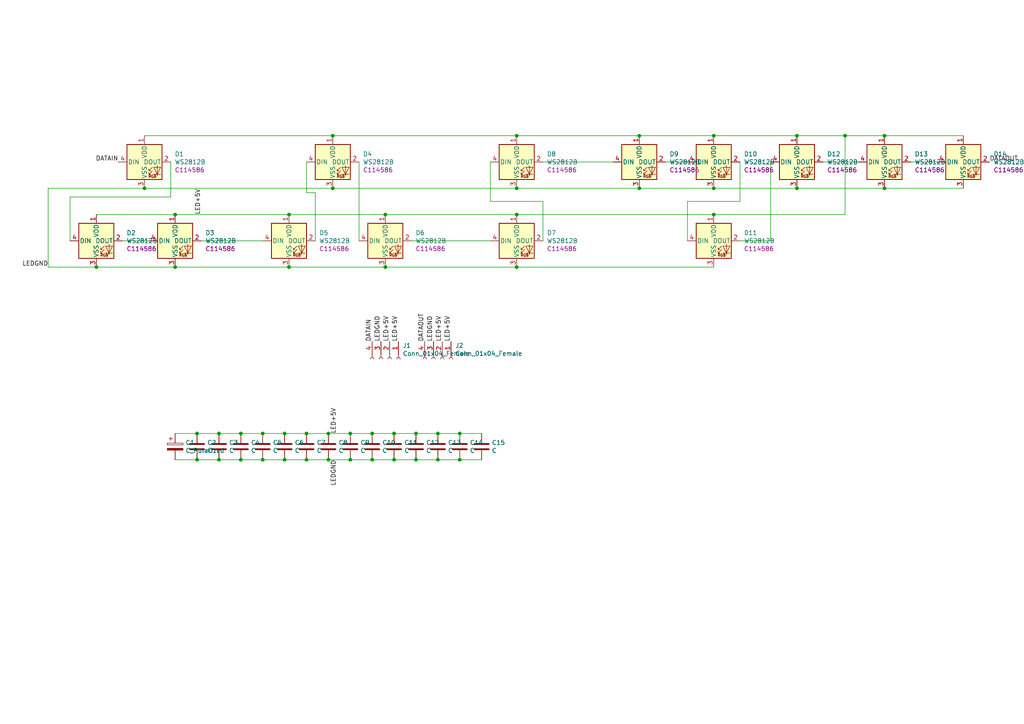
<source format=kicad_sch>
(kicad_sch (version 20211123) (generator eeschema)
  (paper "A4")
  (lib_symbols
    (symbol "Connector:Conn_01x04_Female" (pin_names (offset 1.016) hide)
      (property "Reference" "J" (at 0 5.08 0))
      (property "Value" "Conn_01x04_Female" (at 0 -7.62 0))
      (symbol "Conn_01x04_Female_1_1"
        (arc (start 0 -4.572) (mid -0.508 -5.08) (end 0 -5.588) (stroke (width 0.1524)))
        (arc (start 0 -2.032) (mid -0.508 -2.54) (end 0 -3.048) (stroke (width 0.1524)))
        (polyline (pts (xy -1.27 -5.08) (xy -0.508 -5.08)) (stroke (width 0.1524)))
        (polyline (pts (xy -1.27 -2.54) (xy -0.508 -2.54)) (stroke (width 0.1524)))
        (polyline (pts (xy -1.27 0) (xy -0.508 0)) (stroke (width 0.1524)))
        (polyline (pts (xy -1.27 2.54) (xy -0.508 2.54)) (stroke (width 0.1524)))
        (arc (start 0 0.508) (mid -0.508 0) (end 0 -0.508) (stroke (width 0.1524)))
        (arc (start 0 3.048) (mid -0.508 2.54) (end 0 2.032) (stroke (width 0.1524)))
        (pin passive line (at -5.08 2.54 0) (length 3.81) (name "Pin_1") (number "1"))
        (pin passive line (at -5.08 0 0) (length 3.81) (name "Pin_2") (number "2"))
        (pin passive line (at -5.08 -2.54 0) (length 3.81) (name "Pin_3") (number "3"))
        (pin passive line (at -5.08 -5.08 0) (length 3.81) (name "Pin_4") (number "4"))
      )
    )
    (symbol "Device:C" (pin_numbers hide) (pin_names (offset 0.254))
      (property "Reference" "C" (at 0.635 2.54 0))
      (property "Value" "C" (at 0.635 -2.54 0))
      (symbol "C_0_1"
        (polyline (pts (xy -2.032 -0.762) (xy 2.032 -0.762)) (stroke (width 0.508)))
        (polyline (pts (xy -2.032 0.762) (xy 2.032 0.762)) (stroke (width 0.508)))
      )
      (symbol "C_1_1"
        (pin passive line (at 0 3.81 270) (length 2.794) (name "~") (number "1"))
        (pin passive line (at 0 -3.81 90) (length 2.794) (name "~") (number "2"))
      )
    )
    (symbol "Device:C_Polarized" (pin_numbers hide) (pin_names (offset 0.254))
      (property "Reference" "C" (at 0.635 2.54 0))
      (property "Value" "C_Polarized" (at 0.635 -2.54 0))
      (symbol "C_Polarized_0_1"
        (rectangle (start -2.286 0.508) (end 2.286 1.016))
        (polyline (pts (xy -1.778 2.286) (xy -0.762 2.286)))
        (polyline (pts (xy -1.27 2.794) (xy -1.27 1.778)))
        (rectangle (start 2.286 -0.508) (end -2.286 -1.016) (fill (type outline)))
      )
      (symbol "C_Polarized_1_1"
        (pin passive line (at 0 3.81 270) (length 2.794) (name "~") (number "1"))
        (pin passive line (at 0 -3.81 90) (length 2.794) (name "~") (number "2"))
      )
    )
    (symbol "LED:WS2812B" (pin_names (offset 0.254))
      (property "Reference" "D" (at 5.08 5.715 0))
      (property "Value" "WS2812B" (at 1.27 -5.715 0))
      (symbol "WS2812B_0_0"
        (text "RGB" (at 2.286 -4.191 0) (effects (font (size 0.762 0.762))))
      )
      (symbol "WS2812B_0_1"
        (polyline (pts (xy 1.27 -3.556) (xy 1.778 -3.556)))
        (polyline (pts (xy 1.27 -2.54) (xy 1.778 -2.54)))
        (polyline (pts (xy 4.699 -3.556) (xy 2.667 -3.556)))
        (polyline (pts (xy 2.286 -2.54) (xy 1.27 -3.556) (xy 1.27 -3.048)))
        (polyline (pts (xy 2.286 -1.524) (xy 1.27 -2.54) (xy 1.27 -2.032)))
        (polyline (pts (xy 3.683 -1.016) (xy 3.683 -3.556) (xy 3.683 -4.064)))
        (polyline (pts (xy 4.699 -1.524) (xy 2.667 -1.524) (xy 3.683 -3.556) (xy 4.699 -1.524)))
        (rectangle (start 5.08 5.08) (end -5.08 -5.08) (stroke (width 0.254)) (fill (type background)))
      )
      (symbol "WS2812B_1_1"
        (pin power_in line (at 0 7.62 270) (length 2.54) (name "VDD") (number "1"))
        (pin output line (at 7.62 0 180) (length 2.54) (name "DOUT") (number "2"))
        (pin power_in line (at 0 -7.62 90) (length 2.54) (name "VSS") (number "3"))
        (pin input line (at -7.62 0 0) (length 2.54) (name "DIN") (number "4"))
      )
    )
  )
  (junction (at 107.95 125.73))
  (junction (at 76.2 125.73))
  (junction (at 88.9 125.73))
  (junction (at 111.76 62.23))
  (junction (at 207.01 62.23))
  (junction (at 120.65 125.73))
  (junction (at 185.42 54.61))
  (junction (at 57.15 125.73))
  (junction (at 120.65 133.35))
  (junction (at 63.5 125.73))
  (junction (at 111.76 77.47))
  (junction (at 114.3 125.73))
  (junction (at 50.8 77.47))
  (junction (at 185.42 39.37))
  (junction (at 95.25 125.73))
  (junction (at 133.35 125.73))
  (junction (at 69.85 125.73))
  (junction (at 96.52 54.61))
  (junction (at 256.54 54.61))
  (junction (at 207.01 54.61))
  (junction (at 95.25 133.35))
  (junction (at 27.94 77.47))
  (junction (at 256.54 39.37))
  (junction (at 88.9 133.35))
  (junction (at 207.01 39.37))
  (junction (at 96.52 39.37))
  (junction (at 57.15 133.35))
  (junction (at 231.14 54.61))
  (junction (at 133.35 133.35))
  (junction (at 127 133.35))
  (junction (at 149.86 54.61))
  (junction (at 82.55 133.35))
  (junction (at 149.86 62.23))
  (junction (at 83.82 62.23))
  (junction (at 245.11 39.37))
  (junction (at 114.3 133.35))
  (junction (at 76.2 133.35))
  (junction (at 69.85 133.35))
  (junction (at 83.82 77.47))
  (junction (at 82.55 125.73))
  (junction (at 101.6 125.73))
  (junction (at 149.86 39.37))
  (junction (at 50.8 62.23))
  (junction (at 127 125.73))
  (junction (at 101.6 133.35))
  (junction (at 63.5 133.35))
  (junction (at 41.91 54.61))
  (junction (at 149.86 77.47))
  (junction (at 107.95 133.35))
  (junction (at 231.14 39.37))
  (wire (pts (xy 82.55 125.73) (xy 76.2 125.73)))
  (wire (pts (xy 271.78 46.99) (xy 264.16 46.99)))
  (wire (pts (xy 58.42 69.85) (xy 76.2 69.85)))
  (wire (pts (xy 142.24 58.42) (xy 142.24 46.99)))
  (wire (pts (xy 35.56 69.85) (xy 43.18 69.85)))
  (wire (pts (xy 49.53 46.99) (xy 49.53 57.15)))
  (wire (pts (xy 185.42 54.61) (xy 207.01 54.61)))
  (wire (pts (xy 41.91 54.61) (xy 96.52 54.61)))
  (wire (pts (xy 149.86 54.61) (xy 185.42 54.61)))
  (wire (pts (xy 114.3 125.73) (xy 107.95 125.73)))
  (wire (pts (xy 88.9 125.73) (xy 82.55 125.73)))
  (wire (pts (xy 157.48 58.42) (xy 142.24 58.42)))
  (wire (pts (xy 256.54 54.61) (xy 231.14 54.61)))
  (wire (pts (xy 69.85 125.73) (xy 63.5 125.73)))
  (wire (pts (xy 95.25 133.35) (xy 88.9 133.35)))
  (wire (pts (xy 149.86 39.37) (xy 185.42 39.37)))
  (wire (pts (xy 231.14 39.37) (xy 245.11 39.37)))
  (wire (pts (xy 199.39 58.42) (xy 199.39 69.85)))
  (wire (pts (xy 185.42 39.37) (xy 207.01 39.37)))
  (wire (pts (xy 193.04 46.99) (xy 199.39 46.99)))
  (wire (pts (xy 256.54 39.37) (xy 245.11 39.37)))
  (wire (pts (xy 120.65 133.35) (xy 114.3 133.35)))
  (wire (pts (xy 107.95 125.73) (xy 101.6 125.73)))
  (wire (pts (xy 279.4 39.37) (xy 256.54 39.37)))
  (wire (pts (xy 139.7 125.73) (xy 133.35 125.73)))
  (wire (pts (xy 96.52 39.37) (xy 149.86 39.37)))
  (wire (pts (xy 76.2 125.73) (xy 69.85 125.73)))
  (wire (pts (xy 127 125.73) (xy 120.65 125.73)))
  (wire (pts (xy 76.2 133.35) (xy 69.85 133.35)))
  (wire (pts (xy 96.52 54.61) (xy 149.86 54.61)))
  (wire (pts (xy 104.14 46.99) (xy 104.14 69.85)))
  (wire (pts (xy 27.94 62.23) (xy 50.8 62.23)))
  (wire (pts (xy 214.63 46.99) (xy 214.63 58.42)))
  (wire (pts (xy 91.44 55.88) (xy 88.9 55.88)))
  (wire (pts (xy 157.48 46.99) (xy 177.8 46.99)))
  (wire (pts (xy 207.01 54.61) (xy 231.14 54.61)))
  (wire (pts (xy 248.92 46.99) (xy 238.76 46.99)))
  (wire (pts (xy 214.63 58.42) (xy 199.39 58.42)))
  (wire (pts (xy 245.11 39.37) (xy 245.11 62.23)))
  (wire (pts (xy 50.8 77.47) (xy 27.94 77.47)))
  (wire (pts (xy 20.32 57.15) (xy 49.53 57.15)))
  (wire (pts (xy 83.82 62.23) (xy 111.76 62.23)))
  (wire (pts (xy 82.55 133.35) (xy 76.2 133.35)))
  (wire (pts (xy 223.52 69.85) (xy 223.52 46.99)))
  (wire (pts (xy 41.91 39.37) (xy 96.52 39.37)))
  (wire (pts (xy 279.4 54.61) (xy 256.54 54.61)))
  (wire (pts (xy 133.35 125.73) (xy 127 125.73)))
  (wire (pts (xy 50.8 133.35) (xy 57.15 133.35)))
  (wire (pts (xy 157.48 69.85) (xy 157.48 58.42)))
  (wire (pts (xy 88.9 133.35) (xy 82.55 133.35)))
  (wire (pts (xy 13.97 77.47) (xy 13.97 54.61)))
  (wire (pts (xy 139.7 133.35) (xy 133.35 133.35)))
  (wire (pts (xy 101.6 133.35) (xy 95.25 133.35)))
  (wire (pts (xy 50.8 62.23) (xy 83.82 62.23)))
  (wire (pts (xy 13.97 54.61) (xy 41.91 54.61)))
  (wire (pts (xy 120.65 125.73) (xy 114.3 125.73)))
  (wire (pts (xy 114.3 133.35) (xy 107.95 133.35)))
  (wire (pts (xy 119.38 69.85) (xy 142.24 69.85)))
  (wire (pts (xy 133.35 133.35) (xy 127 133.35)))
  (wire (pts (xy 207.01 62.23) (xy 245.11 62.23)))
  (wire (pts (xy 95.25 125.73) (xy 88.9 125.73)))
  (wire (pts (xy 88.9 55.88) (xy 88.9 46.99)))
  (wire (pts (xy 127 133.35) (xy 120.65 133.35)))
  (wire (pts (xy 111.76 77.47) (xy 83.82 77.47)))
  (wire (pts (xy 20.32 57.15) (xy 20.32 69.85)))
  (wire (pts (xy 63.5 133.35) (xy 57.15 133.35)))
  (wire (pts (xy 101.6 125.73) (xy 95.25 125.73)))
  (wire (pts (xy 149.86 62.23) (xy 207.01 62.23)))
  (wire (pts (xy 207.01 39.37) (xy 231.14 39.37)))
  (wire (pts (xy 63.5 125.73) (xy 57.15 125.73)))
  (wire (pts (xy 91.44 69.85) (xy 91.44 55.88)))
  (wire (pts (xy 107.95 133.35) (xy 101.6 133.35)))
  (wire (pts (xy 207.01 77.47) (xy 149.86 77.47)))
  (wire (pts (xy 83.82 77.47) (xy 50.8 77.47)))
  (wire (pts (xy 27.94 77.47) (xy 13.97 77.47)))
  (wire (pts (xy 214.63 69.85) (xy 223.52 69.85)))
  (wire (pts (xy 111.76 77.47) (xy 149.86 77.47)))
  (wire (pts (xy 50.8 125.73) (xy 57.15 125.73)))
  (wire (pts (xy 111.76 62.23) (xy 149.86 62.23)))
  (wire (pts (xy 69.85 133.35) (xy 63.5 133.35)))
  (label "LEDGND" (at 13.97 77.47 180))
  (label "LED+5V" (at 113.03 99.06 90))
  (label "DATAIN" (at 107.95 99.06 90))
  (label "DATAIN" (at 34.29 46.99 180))
  (label "LED+5V" (at 128.27 99.06 90))
  (label "DATAOUT" (at 123.19 99.06 90))
  (label "LEDGND" (at 97.79 133.35 270))
  (label "LEDGND" (at 125.73 99.06 90))
  (label "LED+5V" (at 115.57 99.06 90))
  (label "LED+5V" (at 97.79 125.73 90))
  (label "LEDGND" (at 110.49 99.06 90))
  (label "LED+5V" (at 130.81 99.06 90))
  (label "DATAOUT" (at 287.02 46.99 0))
  (label "LED+5V" (at 58.42 62.23 90))
  (symbol (lib_id "LED:WS2812B") (at 41.91 46.99 0) (unit 1)
    (property "Reference" "D1" (at 50.6476 44.6786 0) (effects (justify left)))
    (property "Value" "WS2812B" (at 50.6476 46.99 0) (effects (justify left)))
    (property "Footprint" "LED_SMD:LED_WS2812B_PLCC4_5.0x5.0mm_P3.2mm" (effects hide))
    (property "Datasheet" "https://cdn-shop.adafruit.com/datasheets/WS2812B.pdf" (effects hide))
    (property "LCSC Part Number" "C114586" (at 50.6476 49.3014 0) (effects (justify left)))
  )
  (symbol (lib_id "LED:WS2812B") (at 27.94 69.85 0) (unit 1)
    (property "Reference" "D2" (at 36.6776 67.5386 0) (effects (justify left)))
    (property "Value" "WS2812B" (at 36.6776 69.85 0) (effects (justify left)))
    (property "Footprint" "LED_SMD:LED_WS2812B_PLCC4_5.0x5.0mm_P3.2mm" (effects hide))
    (property "Datasheet" "https://cdn-shop.adafruit.com/datasheets/WS2812B.pdf" (effects hide))
    (property "LCSC Part Number" "C114586" (at 36.6776 72.1614 0) (effects (justify left)))
  )
  (symbol (lib_id "LED:WS2812B") (at 50.8 69.85 0) (unit 1)
    (property "Reference" "D3" (at 59.5376 67.5386 0) (effects (justify left)))
    (property "Value" "WS2812B" (at 59.5376 69.85 0) (effects (justify left)))
    (property "Footprint" "LED_SMD:LED_WS2812B_PLCC4_5.0x5.0mm_P3.2mm" (effects hide))
    (property "Datasheet" "https://cdn-shop.adafruit.com/datasheets/WS2812B.pdf" (effects hide))
    (property "LCSC Part Number" "C114586" (at 59.5376 72.1614 0) (effects (justify left)))
  )
  (symbol (lib_id "LED:WS2812B") (at 96.52 46.99 0) (unit 1)
    (property "Reference" "D4" (at 105.2576 44.6786 0) (effects (justify left)))
    (property "Value" "WS2812B" (at 105.2576 46.99 0) (effects (justify left)))
    (property "Footprint" "LED_SMD:LED_WS2812B_PLCC4_5.0x5.0mm_P3.2mm" (effects hide))
    (property "Datasheet" "https://cdn-shop.adafruit.com/datasheets/WS2812B.pdf" (effects hide))
    (property "LCSC Part Number" "C114586" (at 105.2576 49.3014 0) (effects (justify left)))
  )
  (symbol (lib_id "LED:WS2812B") (at 83.82 69.85 0) (unit 1)
    (property "Reference" "D5" (at 92.5576 67.5386 0) (effects (justify left)))
    (property "Value" "WS2812B" (at 92.5576 69.85 0) (effects (justify left)))
    (property "Footprint" "LED_SMD:LED_WS2812B_PLCC4_5.0x5.0mm_P3.2mm" (effects hide))
    (property "Datasheet" "https://cdn-shop.adafruit.com/datasheets/WS2812B.pdf" (effects hide))
    (property "LCSC Part Number" "C114586" (at 92.5576 72.1614 0) (effects (justify left)))
  )
  (symbol (lib_id "LED:WS2812B") (at 111.76 69.85 0) (unit 1)
    (property "Reference" "D6" (at 120.4976 67.5386 0) (effects (justify left)))
    (property "Value" "WS2812B" (at 120.4976 69.85 0) (effects (justify left)))
    (property "Footprint" "LED_SMD:LED_WS2812B_PLCC4_5.0x5.0mm_P3.2mm" (effects hide))
    (property "Datasheet" "https://cdn-shop.adafruit.com/datasheets/WS2812B.pdf" (effects hide))
    (property "LCSC Part Number" "C114586" (at 120.4976 72.1614 0) (effects (justify left)))
  )
  (symbol (lib_id "LED:WS2812B") (at 149.86 46.99 0) (unit 1)
    (property "Reference" "D8" (at 158.5976 44.6786 0) (effects (justify left)))
    (property "Value" "WS2812B" (at 158.5976 46.99 0) (effects (justify left)))
    (property "Footprint" "LED_SMD:LED_WS2812B_PLCC4_5.0x5.0mm_P3.2mm" (effects hide))
    (property "Datasheet" "https://cdn-shop.adafruit.com/datasheets/WS2812B.pdf" (effects hide))
    (property "LCSC Part Number" "C114586" (at 158.5976 49.3014 0) (effects (justify left)))
  )
  (symbol (lib_id "LED:WS2812B") (at 149.86 69.85 0) (unit 1)
    (property "Reference" "D7" (at 158.5976 67.5386 0) (effects (justify left)))
    (property "Value" "WS2812B" (at 158.5976 69.85 0) (effects (justify left)))
    (property "Footprint" "LED_SMD:LED_WS2812B_PLCC4_5.0x5.0mm_P3.2mm" (effects hide))
    (property "Datasheet" "https://cdn-shop.adafruit.com/datasheets/WS2812B.pdf" (effects hide))
    (property "LCSC Part Number" "C114586" (at 158.5976 72.1614 0) (effects (justify left)))
  )
  (symbol (lib_id "LED:WS2812B") (at 185.42 46.99 0) (unit 1)
    (property "Reference" "D9" (at 194.1576 44.6786 0) (effects (justify left)))
    (property "Value" "WS2812B" (at 194.1576 46.99 0) (effects (justify left)))
    (property "Footprint" "LED_SMD:LED_WS2812B_PLCC4_5.0x5.0mm_P3.2mm" (effects hide))
    (property "Datasheet" "https://cdn-shop.adafruit.com/datasheets/WS2812B.pdf" (effects hide))
    (property "LCSC Part Number" "C114586" (at 194.1576 49.3014 0) (effects (justify left)))
  )
  (symbol (lib_id "LED:WS2812B") (at 207.01 46.99 0) (unit 1)
    (property "Reference" "D10" (at 215.7476 44.6786 0) (effects (justify left)))
    (property "Value" "WS2812B" (at 215.7476 46.99 0) (effects (justify left)))
    (property "Footprint" "LED_SMD:LED_WS2812B_PLCC4_5.0x5.0mm_P3.2mm" (effects hide))
    (property "Datasheet" "https://cdn-shop.adafruit.com/datasheets/WS2812B.pdf" (effects hide))
    (property "LCSC Part Number" "C114586" (at 215.7476 49.3014 0) (effects (justify left)))
  )
  (symbol (lib_id "LED:WS2812B") (at 231.14 46.99 0) (unit 1)
    (property "Reference" "D12" (at 239.8776 44.6786 0) (effects (justify left)))
    (property "Value" "WS2812B" (at 239.8776 46.99 0) (effects (justify left)))
    (property "Footprint" "LED_SMD:LED_WS2812B_PLCC4_5.0x5.0mm_P3.2mm" (effects hide))
    (property "Datasheet" "https://cdn-shop.adafruit.com/datasheets/WS2812B.pdf" (effects hide))
    (property "LCSC Part Number" "C114586" (at 239.8776 49.3014 0) (effects (justify left)))
  )
  (symbol (lib_id "LED:WS2812B") (at 207.01 69.85 0) (unit 1)
    (property "Reference" "D11" (at 215.7476 67.5386 0) (effects (justify left)))
    (property "Value" "WS2812B" (at 215.7476 69.85 0) (effects (justify left)))
    (property "Footprint" "LED_SMD:LED_WS2812B_PLCC4_5.0x5.0mm_P3.2mm" (effects hide))
    (property "Datasheet" "https://cdn-shop.adafruit.com/datasheets/WS2812B.pdf" (effects hide))
    (property "LCSC Part Number" "C114586" (at 215.7476 72.1614 0) (effects (justify left)))
  )
  (symbol (lib_id "Device:C_Polarized") (at 50.8 129.54 0) (unit 1)
    (property "Reference" "C1" (at 53.7972 128.3716 0) (effects (justify left)))
    (property "Value" "C_Polarized" (at 53.7972 130.683 0) (effects (justify left)))
    (property "Footprint" "Capacitor_SMD:CP_Elec_8x10" (effects hide))
  )
  (symbol (lib_id "Connector:Conn_01x04_Female") (at 128.27 104.14 270) (unit 1)
    (property "Reference" "J2" (at 132.0292 100.2284 90) (effects (justify left)))
    (property "Value" "Conn_01x04_Female" (at 132.0292 102.5398 90) (effects (justify left)))
    (property "Footprint" "Connector_Molex:Molex_Mini-Fit_Jr_5566-04A_2x02_P4.20mm_Vertical" (effects hide))
  )
  (symbol (lib_id "Connector:Conn_01x04_Female") (at 113.03 104.14 270) (unit 1)
    (property "Reference" "J1" (at 116.7892 100.2284 90) (effects (justify left)))
    (property "Value" "Conn_01x04_Female" (at 116.7892 102.5398 90) (effects (justify left)))
    (property "Footprint" "Connector_Molex:Molex_Mini-Fit_Jr_5566-04A_2x02_P4.20mm_Vertical" (effects hide))
  )
  (symbol (lib_id "LED:WS2812B") (at 256.54 46.99 0) (unit 1)
    (property "Reference" "D13" (at 265.2776 44.6786 0) (effects (justify left)))
    (property "Value" "WS2812B" (at 265.2776 46.99 0) (effects (justify left)))
    (property "Footprint" "LED_SMD:LED_WS2812B_PLCC4_5.0x5.0mm_P3.2mm" (effects hide))
    (property "Datasheet" "https://cdn-shop.adafruit.com/datasheets/WS2812B.pdf" (effects hide))
    (property "LCSC Part Number" "C114586" (at 265.2776 49.3014 0) (effects (justify left)))
  )
  (symbol (lib_id "LED:WS2812B") (at 279.4 46.99 0) (unit 1)
    (property "Reference" "D14" (at 288.1376 44.6786 0) (effects (justify left)))
    (property "Value" "WS2812B" (at 288.1376 46.99 0) (effects (justify left)))
    (property "Footprint" "LED_SMD:LED_WS2812B_PLCC4_5.0x5.0mm_P3.2mm" (effects hide))
    (property "Datasheet" "https://cdn-shop.adafruit.com/datasheets/WS2812B.pdf" (effects hide))
    (property "LCSC Part Number" "C114586" (at 288.1376 49.3014 0) (effects (justify left)))
  )
  (symbol (lib_id "Device:C") (at 57.15 129.54 0) (unit 1)
    (property "Reference" "C2" (at 60.071 128.3716 0) (effects (justify left)))
    (property "Value" "C" (at 60.071 130.683 0) (effects (justify left)))
    (property "Footprint" "Capacitor_SMD:C_0603_1608Metric" (effects hide))
  )
  (symbol (lib_id "Device:C") (at 63.5 129.54 0) (unit 1)
    (property "Reference" "C3" (at 66.421 128.3716 0) (effects (justify left)))
    (property "Value" "C" (at 66.421 130.683 0) (effects (justify left)))
    (property "Footprint" "Capacitor_SMD:C_0603_1608Metric" (effects hide))
  )
  (symbol (lib_id "Device:C") (at 69.85 129.54 0) (unit 1)
    (property "Reference" "C4" (at 72.771 128.3716 0) (effects (justify left)))
    (property "Value" "C" (at 72.771 130.683 0) (effects (justify left)))
    (property "Footprint" "Capacitor_SMD:C_0603_1608Metric" (effects hide))
  )
  (symbol (lib_id "Device:C") (at 76.2 129.54 0) (unit 1)
    (property "Reference" "C5" (at 79.121 128.3716 0) (effects (justify left)))
    (property "Value" "C" (at 79.121 130.683 0) (effects (justify left)))
    (property "Footprint" "Capacitor_SMD:C_0603_1608Metric" (effects hide))
  )
  (symbol (lib_id "Device:C") (at 82.55 129.54 0) (unit 1)
    (property "Reference" "C6" (at 85.471 128.3716 0) (effects (justify left)))
    (property "Value" "C" (at 85.471 130.683 0) (effects (justify left)))
    (property "Footprint" "Capacitor_SMD:C_0603_1608Metric" (effects hide))
  )
  (symbol (lib_id "Device:C") (at 88.9 129.54 0) (unit 1)
    (property "Reference" "C7" (at 91.821 128.3716 0) (effects (justify left)))
    (property "Value" "C" (at 91.821 130.683 0) (effects (justify left)))
    (property "Footprint" "Capacitor_SMD:C_0603_1608Metric" (effects hide))
  )
  (symbol (lib_id "Device:C") (at 95.25 129.54 0) (unit 1)
    (property "Reference" "C8" (at 98.171 128.3716 0) (effects (justify left)))
    (property "Value" "C" (at 98.171 130.683 0) (effects (justify left)))
    (property "Footprint" "Capacitor_SMD:C_0603_1608Metric" (effects hide))
  )
  (symbol (lib_id "Device:C") (at 101.6 129.54 0) (unit 1)
    (property "Reference" "C9" (at 104.521 128.3716 0) (effects (justify left)))
    (property "Value" "C" (at 104.521 130.683 0) (effects (justify left)))
    (property "Footprint" "Capacitor_SMD:C_0603_1608Metric" (effects hide))
  )
  (symbol (lib_id "Device:C") (at 107.95 129.54 0) (unit 1)
    (property "Reference" "C10" (at 110.871 128.3716 0) (effects (justify left)))
    (property "Value" "C" (at 110.871 130.683 0) (effects (justify left)))
    (property "Footprint" "Capacitor_SMD:C_0603_1608Metric" (effects hide))
  )
  (symbol (lib_id "Device:C") (at 114.3 129.54 0) (unit 1)
    (property "Reference" "C11" (at 117.221 128.3716 0) (effects (justify left)))
    (property "Value" "C" (at 117.221 130.683 0) (effects (justify left)))
    (property "Footprint" "Capacitor_SMD:C_0603_1608Metric" (effects hide))
  )
  (symbol (lib_id "Device:C") (at 120.65 129.54 0) (unit 1)
    (property "Reference" "C12" (at 123.571 128.3716 0) (effects (justify left)))
    (property "Value" "C" (at 123.571 130.683 0) (effects (justify left)))
    (property "Footprint" "Capacitor_SMD:C_0603_1608Metric" (effects hide))
  )
  (symbol (lib_id "Device:C") (at 127 129.54 0) (unit 1)
    (property "Reference" "C13" (at 129.921 128.3716 0) (effects (justify left)))
    (property "Value" "C" (at 129.921 130.683 0) (effects (justify left)))
    (property "Footprint" "Capacitor_SMD:C_0603_1608Metric" (effects hide))
  )
  (symbol (lib_id "Device:C") (at 133.35 129.54 0) (unit 1)
    (property "Reference" "C14" (at 136.271 128.3716 0) (effects (justify left)))
    (property "Value" "C" (at 136.271 130.683 0) (effects (justify left)))
    (property "Footprint" "Capacitor_SMD:C_0603_1608Metric" (effects hide))
  )
  (symbol (lib_id "Device:C") (at 139.7 129.54 0) (unit 1)
    (property "Reference" "C15" (at 142.621 128.3716 0) (effects (justify left)))
    (property "Value" "C" (at 142.621 130.683 0) (effects (justify left)))
    (property "Footprint" "Capacitor_SMD:C_0603_1608Metric" (effects hide))
  )
)
</source>
